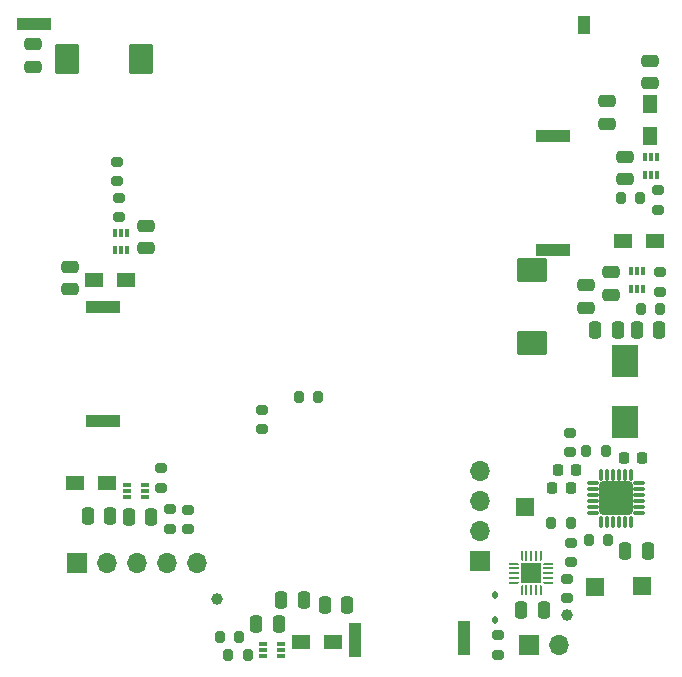
<source format=gts>
%TF.GenerationSoftware,KiCad,Pcbnew,8.0.4*%
%TF.CreationDate,2024-09-13T22:34:43+02:00*%
%TF.ProjectId,WiiRegStripLite,57696952-6567-4537-9472-69704c697465,rev?*%
%TF.SameCoordinates,Original*%
%TF.FileFunction,Soldermask,Top*%
%TF.FilePolarity,Negative*%
%FSLAX46Y46*%
G04 Gerber Fmt 4.6, Leading zero omitted, Abs format (unit mm)*
G04 Created by KiCad (PCBNEW 8.0.4) date 2024-09-13 22:34:43*
%MOMM*%
%LPD*%
G01*
G04 APERTURE LIST*
G04 Aperture macros list*
%AMRoundRect*
0 Rectangle with rounded corners*
0 $1 Rounding radius*
0 $2 $3 $4 $5 $6 $7 $8 $9 X,Y pos of 4 corners*
0 Add a 4 corners polygon primitive as box body*
4,1,4,$2,$3,$4,$5,$6,$7,$8,$9,$2,$3,0*
0 Add four circle primitives for the rounded corners*
1,1,$1+$1,$2,$3*
1,1,$1+$1,$4,$5*
1,1,$1+$1,$6,$7*
1,1,$1+$1,$8,$9*
0 Add four rect primitives between the rounded corners*
20,1,$1+$1,$2,$3,$4,$5,0*
20,1,$1+$1,$4,$5,$6,$7,0*
20,1,$1+$1,$6,$7,$8,$9,0*
20,1,$1+$1,$8,$9,$2,$3,0*%
%AMFreePoly0*
4,1,14,0.334644,0.085355,0.385355,0.034644,0.400000,-0.000711,0.400000,-0.050000,0.385355,-0.085355,0.350000,-0.100000,-0.350000,-0.100000,-0.385355,-0.085355,-0.400000,-0.050000,-0.400000,0.050000,-0.385355,0.085355,-0.350000,0.100000,0.299289,0.100000,0.334644,0.085355,0.334644,0.085355,$1*%
%AMFreePoly1*
4,1,14,0.385355,0.085355,0.400000,0.050000,0.400000,0.000711,0.385355,-0.034644,0.334644,-0.085355,0.299289,-0.100000,-0.350000,-0.100000,-0.385355,-0.085355,-0.400000,-0.050000,-0.400000,0.050000,-0.385355,0.085355,-0.350000,0.100000,0.350000,0.100000,0.385355,0.085355,0.385355,0.085355,$1*%
%AMFreePoly2*
4,1,14,0.085355,0.385355,0.100000,0.350000,0.100000,-0.350000,0.085355,-0.385355,0.050000,-0.400000,-0.050000,-0.400000,-0.085355,-0.385355,-0.100000,-0.350000,-0.100000,0.299289,-0.085355,0.334644,-0.034644,0.385355,0.000711,0.400000,0.050000,0.400000,0.085355,0.385355,0.085355,0.385355,$1*%
%AMFreePoly3*
4,1,14,0.034644,0.385355,0.085355,0.334644,0.100000,0.299289,0.100000,-0.350000,0.085355,-0.385355,0.050000,-0.400000,-0.050000,-0.400000,-0.085355,-0.385355,-0.100000,-0.350000,-0.100000,0.350000,-0.085355,0.385355,-0.050000,0.400000,-0.000711,0.400000,0.034644,0.385355,0.034644,0.385355,$1*%
%AMFreePoly4*
4,1,14,0.385355,0.085355,0.400000,0.050000,0.400000,-0.050000,0.385355,-0.085355,0.350000,-0.100000,-0.299289,-0.100000,-0.334644,-0.085355,-0.385355,-0.034644,-0.400000,0.000711,-0.400000,0.050000,-0.385355,0.085355,-0.350000,0.100000,0.350000,0.100000,0.385355,0.085355,0.385355,0.085355,$1*%
%AMFreePoly5*
4,1,14,0.385355,0.085355,0.400000,0.050000,0.400000,-0.050000,0.385355,-0.085355,0.350000,-0.100000,-0.350000,-0.100000,-0.385355,-0.085355,-0.400000,-0.050000,-0.400000,-0.000711,-0.385355,0.034644,-0.334644,0.085355,-0.299289,0.100000,0.350000,0.100000,0.385355,0.085355,0.385355,0.085355,$1*%
%AMFreePoly6*
4,1,14,0.085355,0.385355,0.100000,0.350000,0.100000,-0.299289,0.085355,-0.334644,0.034644,-0.385355,-0.000711,-0.400000,-0.050000,-0.400000,-0.085355,-0.385355,-0.100000,-0.350000,-0.100000,0.350000,-0.085355,0.385355,-0.050000,0.400000,0.050000,0.400000,0.085355,0.385355,0.085355,0.385355,$1*%
%AMFreePoly7*
4,1,14,0.085355,0.385355,0.100000,0.350000,0.100000,-0.350000,0.085355,-0.385355,0.050000,-0.400000,0.000711,-0.400000,-0.034644,-0.385355,-0.085355,-0.334644,-0.100000,-0.299289,-0.100000,0.350000,-0.085355,0.385355,-0.050000,0.400000,0.050000,0.400000,0.085355,0.385355,0.085355,0.385355,$1*%
G04 Aperture macros list end*
%ADD10RoundRect,0.200000X0.200000X0.275000X-0.200000X0.275000X-0.200000X-0.275000X0.200000X-0.275000X0*%
%ADD11RoundRect,0.200000X-0.275000X0.200000X-0.275000X-0.200000X0.275000X-0.200000X0.275000X0.200000X0*%
%ADD12R,1.700000X1.700000*%
%ADD13O,1.700000X1.700000*%
%ADD14RoundRect,0.250000X-0.475000X0.250000X-0.475000X-0.250000X0.475000X-0.250000X0.475000X0.250000X0*%
%ADD15RoundRect,0.250000X0.475000X-0.250000X0.475000X0.250000X-0.475000X0.250000X-0.475000X-0.250000X0*%
%ADD16RoundRect,0.250000X-0.250000X-0.475000X0.250000X-0.475000X0.250000X0.475000X-0.250000X0.475000X0*%
%ADD17RoundRect,0.085000X-0.085000X0.265000X-0.085000X-0.265000X0.085000X-0.265000X0.085000X0.265000X0*%
%ADD18RoundRect,0.112500X-0.112500X0.187500X-0.112500X-0.187500X0.112500X-0.187500X0.112500X0.187500X0*%
%ADD19RoundRect,0.250000X0.250000X0.475000X-0.250000X0.475000X-0.250000X-0.475000X0.250000X-0.475000X0*%
%ADD20RoundRect,0.200000X0.275000X-0.200000X0.275000X0.200000X-0.275000X0.200000X-0.275000X-0.200000X0*%
%ADD21RoundRect,0.085000X0.265000X0.085000X-0.265000X0.085000X-0.265000X-0.085000X0.265000X-0.085000X0*%
%ADD22RoundRect,0.085000X0.085000X-0.265000X0.085000X0.265000X-0.085000X0.265000X-0.085000X-0.265000X0*%
%ADD23RoundRect,0.250000X1.025000X-0.787500X1.025000X0.787500X-1.025000X0.787500X-1.025000X-0.787500X0*%
%ADD24RoundRect,0.200000X-0.200000X-0.275000X0.200000X-0.275000X0.200000X0.275000X-0.200000X0.275000X0*%
%ADD25R,1.500000X1.500000*%
%ADD26RoundRect,0.225000X-0.225000X-0.250000X0.225000X-0.250000X0.225000X0.250000X-0.225000X0.250000X0*%
%ADD27R,3.000000X1.000000*%
%ADD28R,2.200000X2.700000*%
%ADD29R,1.500000X1.200000*%
%ADD30RoundRect,0.225000X0.225000X0.250000X-0.225000X0.250000X-0.225000X-0.250000X0.225000X-0.250000X0*%
%ADD31R,1.200000X1.500000*%
%ADD32R,1.000000X3.000000*%
%ADD33RoundRect,0.250000X-0.787500X-1.025000X0.787500X-1.025000X0.787500X1.025000X-0.787500X1.025000X0*%
%ADD34R,1.000000X1.500000*%
%ADD35C,1.000000*%
%ADD36FreePoly0,90.000000*%
%ADD37RoundRect,0.050000X0.050000X-0.350000X0.050000X0.350000X-0.050000X0.350000X-0.050000X-0.350000X0*%
%ADD38FreePoly1,90.000000*%
%ADD39FreePoly2,90.000000*%
%ADD40RoundRect,0.050000X0.350000X-0.050000X0.350000X0.050000X-0.350000X0.050000X-0.350000X-0.050000X0*%
%ADD41FreePoly3,90.000000*%
%ADD42FreePoly4,90.000000*%
%ADD43FreePoly5,90.000000*%
%ADD44FreePoly6,90.000000*%
%ADD45FreePoly7,90.000000*%
%ADD46RoundRect,0.095000X-0.380000X-0.095000X0.380000X-0.095000X0.380000X0.095000X-0.380000X0.095000X0*%
%ADD47RoundRect,0.095000X0.095000X-0.380000X0.095000X0.380000X-0.095000X0.380000X-0.095000X-0.380000X0*%
%ADD48RoundRect,0.095000X0.380000X0.095000X-0.380000X0.095000X-0.380000X-0.095000X0.380000X-0.095000X0*%
%ADD49RoundRect,0.095000X-0.095000X0.380000X-0.095000X-0.380000X0.095000X-0.380000X0.095000X0.380000X0*%
%ADD50C,0.500000*%
%ADD51RoundRect,0.260400X-1.139600X1.139600X-1.139600X-1.139600X1.139600X-1.139600X1.139600X1.139600X0*%
G04 APERTURE END LIST*
D10*
%TO.C,R17*%
X153065000Y-157640000D03*
X151415000Y-157640000D03*
%TD*%
D11*
%TO.C,R14*%
X142140000Y-118885000D03*
X142140000Y-120535000D03*
%TD*%
D12*
%TO.C,J3*%
X176925000Y-156785000D03*
D13*
X179465000Y-156785000D03*
%TD*%
D14*
%TO.C,C18*%
X183800000Y-125200000D03*
X183800000Y-127100000D03*
%TD*%
D15*
%TO.C,C23*%
X187100000Y-109200000D03*
X187100000Y-107300000D03*
%TD*%
D16*
%TO.C,C17*%
X155910000Y-152960000D03*
X157810000Y-152960000D03*
%TD*%
D17*
%TO.C,U10*%
X187700000Y-115450000D03*
X187200000Y-115450000D03*
X186700000Y-115450000D03*
X186700000Y-116950000D03*
X187200000Y-116950000D03*
X187700000Y-116950000D03*
%TD*%
D11*
%TO.C,R20*%
X174252500Y-155927500D03*
X174252500Y-157577500D03*
%TD*%
D18*
%TO.C,D1*%
X173970000Y-152540000D03*
X173970000Y-154640000D03*
%TD*%
D19*
%TO.C,C25*%
X141420000Y-145870000D03*
X139520000Y-145870000D03*
%TD*%
D16*
%TO.C,C13*%
X182480000Y-130070000D03*
X184380000Y-130070000D03*
%TD*%
D19*
%TO.C,C14*%
X187890000Y-130070000D03*
X185990000Y-130070000D03*
%TD*%
D20*
%TO.C,R18*%
X187800000Y-119925000D03*
X187800000Y-118275000D03*
%TD*%
D12*
%TO.C,J1*%
X172700000Y-149650000D03*
D13*
X172700000Y-147110000D03*
X172700000Y-144570000D03*
X172700000Y-142030000D03*
%TD*%
D21*
%TO.C,U11*%
X144350000Y-144235000D03*
X144350000Y-143735000D03*
X144350000Y-143235000D03*
X142850000Y-143235000D03*
X142850000Y-143735000D03*
X142850000Y-144235000D03*
%TD*%
D19*
%TO.C,C21*%
X161480000Y-153410000D03*
X159580000Y-153410000D03*
%TD*%
D22*
%TO.C,U7*%
X141810000Y-123360000D03*
X142310000Y-123360000D03*
X142810000Y-123360000D03*
X142810000Y-121860000D03*
X142310000Y-121860000D03*
X141810000Y-121860000D03*
%TD*%
D23*
%TO.C,C189*%
X177170000Y-131220000D03*
X177170000Y-124995000D03*
%TD*%
D24*
%TO.C,TH1*%
X157390000Y-135790000D03*
X159040000Y-135790000D03*
%TD*%
D25*
%TO.C,TP2*%
X182450000Y-151830000D03*
%TD*%
D26*
%TO.C,C1*%
X178870000Y-143440000D03*
X180420000Y-143440000D03*
%TD*%
D11*
%TO.C,R11*%
X180360000Y-138785000D03*
X180360000Y-140435000D03*
%TD*%
D27*
%TO.C,TP20*%
X134972776Y-104153785D03*
%TD*%
D28*
%TO.C,L5*%
X185020000Y-132765000D03*
X185020000Y-137865000D03*
%TD*%
D21*
%TO.C,U8*%
X155900000Y-157660000D03*
X155900000Y-157160000D03*
X155900000Y-156660000D03*
X154400000Y-156660000D03*
X154400000Y-157160000D03*
X154400000Y-157660000D03*
%TD*%
D27*
%TO.C,TP5*%
X178886523Y-123309192D03*
%TD*%
D29*
%TO.C,L6*%
X142760000Y-125830000D03*
X140060000Y-125830000D03*
%TD*%
D24*
%TO.C,R16*%
X150685000Y-156070000D03*
X152335000Y-156070000D03*
%TD*%
D30*
%TO.C,C11*%
X180890000Y-141920000D03*
X179340000Y-141920000D03*
%TD*%
D16*
%TO.C,C14*%
X153810000Y-154990000D03*
X155710000Y-154990000D03*
%TD*%
D31*
%TO.C,L9*%
X187100000Y-113700000D03*
X187100000Y-111000000D03*
%TD*%
D11*
%TO.C,R12*%
X180450000Y-148105000D03*
X180450000Y-149755000D03*
%TD*%
D15*
%TO.C,C15*%
X181750000Y-128220000D03*
X181750000Y-126320000D03*
%TD*%
D24*
%TO.C,R10*%
X181750000Y-140375000D03*
X183400000Y-140375000D03*
%TD*%
D10*
%TO.C,R21*%
X186325000Y-118900000D03*
X184675000Y-118900000D03*
%TD*%
D11*
%TO.C,R25*%
X146490000Y-145295000D03*
X146490000Y-146945000D03*
%TD*%
%TO.C,R27*%
X154310000Y-136870000D03*
X154310000Y-138520000D03*
%TD*%
D32*
%TO.C,*%
X171380000Y-156210000D03*
%TD*%
D27*
%TO.C,*%
X178900000Y-113700000D03*
%TD*%
D15*
%TO.C,C16*%
X144460000Y-123200000D03*
X144460000Y-121300000D03*
%TD*%
D19*
%TO.C,C26*%
X178120000Y-153830000D03*
X176220000Y-153830000D03*
%TD*%
D27*
%TO.C,TP40*%
X140799999Y-128148344D03*
%TD*%
D20*
%TO.C,R24*%
X148025000Y-146965000D03*
X148025000Y-145315000D03*
%TD*%
D33*
%TO.C,C500*%
X137788715Y-107193785D03*
X144013715Y-107193785D03*
%TD*%
D32*
%TO.C,TP30*%
X162116215Y-156358525D03*
%TD*%
D20*
%TO.C,R23*%
X180090000Y-152825000D03*
X180090000Y-151175000D03*
%TD*%
D34*
%TO.C,TP10*%
X181520000Y-104300000D03*
%TD*%
D26*
%TO.C,C7*%
X184895000Y-140965000D03*
X186445000Y-140965000D03*
%TD*%
D35*
%TO.C,TP3*%
X150490000Y-152860000D03*
%TD*%
D20*
%TO.C,R26*%
X145750000Y-143445000D03*
X145750000Y-141795000D03*
%TD*%
D35*
%TO.C,TP60*%
X180070000Y-154240000D03*
%TD*%
D16*
%TO.C,C24*%
X143020000Y-145900000D03*
X144920000Y-145900000D03*
%TD*%
%TO.C,C12*%
X185050000Y-148800000D03*
X186950000Y-148800000D03*
%TD*%
D12*
%TO.C,J2*%
X138580000Y-149820000D03*
D13*
X141120000Y-149820000D03*
X143660000Y-149820000D03*
X146200000Y-149820000D03*
X148740000Y-149820000D03*
%TD*%
D20*
%TO.C,R19*%
X188000000Y-126850000D03*
X188000000Y-125200000D03*
%TD*%
D25*
%TO.C,GND*%
X186490000Y-151800000D03*
%TD*%
D29*
%TO.C,L8*%
X187550000Y-122600000D03*
X184850000Y-122600000D03*
%TD*%
%TO.C,L7*%
X157620000Y-156480000D03*
X160320000Y-156480000D03*
%TD*%
D14*
%TO.C,C200*%
X134926215Y-105910809D03*
X134926215Y-107810809D03*
%TD*%
D25*
%TO.C,TP1*%
X176540000Y-145090000D03*
%TD*%
D17*
%TO.C,U9*%
X186500000Y-125092500D03*
X186000000Y-125092500D03*
X185500000Y-125092500D03*
X185500000Y-126592500D03*
X186000000Y-126592500D03*
X186500000Y-126592500D03*
%TD*%
D29*
%TO.C,L10*%
X141160000Y-143050000D03*
X138460000Y-143050000D03*
%TD*%
D20*
%TO.C,R15*%
X142020000Y-117500000D03*
X142020000Y-115850000D03*
%TD*%
D15*
%TO.C,C22*%
X183450000Y-112650000D03*
X183450000Y-110750000D03*
%TD*%
D14*
%TO.C,C19*%
X185050000Y-115450000D03*
X185050000Y-117350000D03*
%TD*%
D24*
%TO.C,R1*%
X181955000Y-147910000D03*
X183605000Y-147910000D03*
%TD*%
%TO.C,R13*%
X178790000Y-146480000D03*
X180440000Y-146480000D03*
%TD*%
D27*
%TO.C,TP7*%
X140799999Y-137800000D03*
%TD*%
D36*
%TO.C,U6*%
X176270000Y-152140000D03*
D37*
X176670000Y-152140000D03*
X177070000Y-152140000D03*
X177470000Y-152140000D03*
D38*
X177870000Y-152140000D03*
D39*
X178520000Y-151490000D03*
D40*
X178520000Y-151090000D03*
X178520000Y-150690000D03*
X178520000Y-150290000D03*
D41*
X178520000Y-149890000D03*
D42*
X177870000Y-149240000D03*
D37*
X177470000Y-149240000D03*
X177070000Y-149240000D03*
X176670000Y-149240000D03*
D43*
X176270000Y-149240000D03*
D44*
X175620000Y-149890000D03*
D40*
X175620000Y-150290000D03*
X175620000Y-150690000D03*
X175620000Y-151090000D03*
D45*
X175620000Y-151490000D03*
D12*
X177070000Y-150690000D03*
%TD*%
D14*
%TO.C,C20*%
X138020000Y-124770000D03*
X138020000Y-126670000D03*
%TD*%
D24*
%TO.C,R22*%
X186350000Y-128300000D03*
X188000000Y-128300000D03*
%TD*%
D46*
%TO.C,U5*%
X182275000Y-143090000D03*
X182275000Y-143590000D03*
X182275000Y-144090000D03*
X182275000Y-144590000D03*
X182275000Y-145090000D03*
X182275000Y-145590000D03*
D47*
X183000000Y-146315000D03*
X183500000Y-146315000D03*
X184000000Y-146315000D03*
X184500000Y-146315000D03*
X185000000Y-146315000D03*
X185500000Y-146315000D03*
D48*
X186225000Y-145590000D03*
X186225000Y-145090000D03*
X186225000Y-144590000D03*
X186225000Y-144090000D03*
X186225000Y-143590000D03*
X186225000Y-143090000D03*
D49*
X185500000Y-142365000D03*
X185000000Y-142365000D03*
X184500000Y-142365000D03*
X184000000Y-142365000D03*
X183500000Y-142365000D03*
X183000000Y-142365000D03*
D50*
X183150000Y-143240000D03*
X183150000Y-144340000D03*
X183150000Y-145440000D03*
X184250000Y-143240000D03*
X184250000Y-144340000D03*
D51*
X184250000Y-144340000D03*
D50*
X184250000Y-145440000D03*
X185350000Y-143240000D03*
X185350000Y-144340000D03*
X185350000Y-145440000D03*
%TD*%
M02*

</source>
